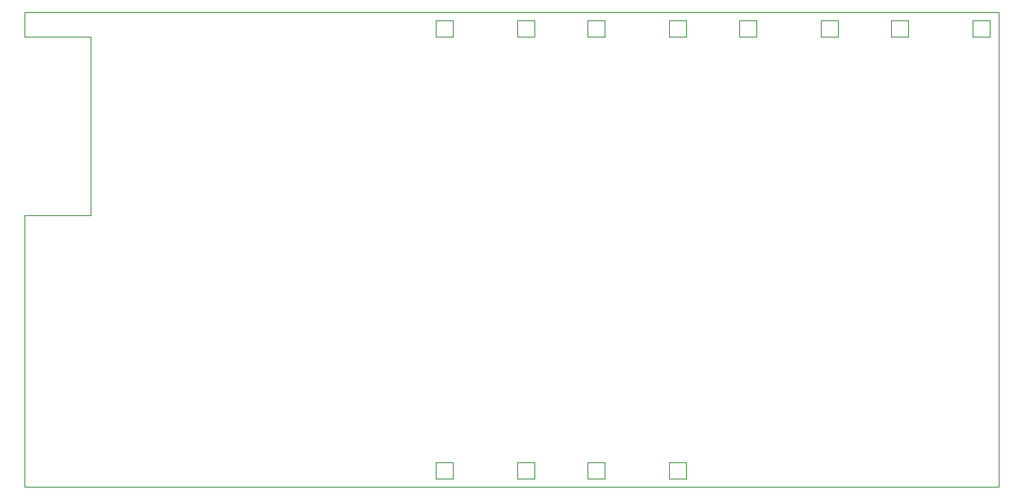
<source format=gm1>
G04 #@! TF.GenerationSoftware,KiCad,Pcbnew,7.0.2*
G04 #@! TF.CreationDate,2023-07-04T15:02:42+02:00*
G04 #@! TF.ProjectId,espboard,65737062-6f61-4726-942e-6b696361645f,rev?*
G04 #@! TF.SameCoordinates,Original*
G04 #@! TF.FileFunction,Profile,NP*
%FSLAX46Y46*%
G04 Gerber Fmt 4.6, Leading zero omitted, Abs format (unit mm)*
G04 Created by KiCad (PCBNEW 7.0.2) date 2023-07-04 15:02:42*
%MOMM*%
%LPD*%
G01*
G04 APERTURE LIST*
G04 #@! TA.AperFunction,Profile*
%ADD10C,0.100000*%
G04 #@! TD*
G04 #@! TA.AperFunction,Profile*
%ADD11C,0.010000*%
G04 #@! TD*
G04 APERTURE END LIST*
D10*
X77724000Y-80518000D02*
X77724000Y-61976000D01*
X70866000Y-80518000D02*
X70866000Y-108712000D01*
X70866000Y-108712000D02*
X171958000Y-108712000D01*
X70866000Y-61976000D02*
X70866000Y-59436000D01*
X77724000Y-61976000D02*
X71120000Y-61976000D01*
X71120000Y-61976000D02*
X70866000Y-61976000D01*
X171958000Y-59436000D02*
X171958000Y-108712000D01*
X71120000Y-80518000D02*
X77724000Y-80518000D01*
X70866000Y-59436000D02*
X171958000Y-59436000D01*
X71120000Y-80518000D02*
X70866000Y-80518000D01*
D11*
G04 #@! TO.C,J3*
X139516000Y-106186000D02*
X137716000Y-106186000D01*
X137716000Y-106186000D02*
X137716000Y-107886000D01*
X131016000Y-106186000D02*
X129216000Y-106186000D01*
X129216000Y-106186000D02*
X129216000Y-107886000D01*
X139516000Y-107886000D02*
X139516000Y-106186000D01*
X137716000Y-107886000D02*
X139516000Y-107886000D01*
X131016000Y-107886000D02*
X131016000Y-106186000D01*
X129216000Y-107886000D02*
X131016000Y-107886000D01*
G04 #@! TO.C,J2*
X123768000Y-106186000D02*
X121968000Y-106186000D01*
X121968000Y-106186000D02*
X121968000Y-107886000D01*
X115268000Y-106186000D02*
X113468000Y-106186000D01*
X113468000Y-106186000D02*
X113468000Y-107886000D01*
X123768000Y-107886000D02*
X123768000Y-106186000D01*
X121968000Y-107886000D02*
X123768000Y-107886000D01*
X115268000Y-107886000D02*
X115268000Y-106186000D01*
X113468000Y-107886000D02*
X115268000Y-107886000D01*
G04 #@! TO.C,J7*
X160712000Y-61962000D02*
X162512000Y-61962000D01*
X162512000Y-61962000D02*
X162512000Y-60262000D01*
X169212000Y-61962000D02*
X171012000Y-61962000D01*
X171012000Y-61962000D02*
X171012000Y-60262000D01*
X160712000Y-60262000D02*
X160712000Y-61962000D01*
X162512000Y-60262000D02*
X160712000Y-60262000D01*
X169212000Y-60262000D02*
X169212000Y-61962000D01*
X171012000Y-60262000D02*
X169212000Y-60262000D01*
G04 #@! TO.C,J6*
X144964000Y-61962000D02*
X146764000Y-61962000D01*
X146764000Y-61962000D02*
X146764000Y-60262000D01*
X153464000Y-61962000D02*
X155264000Y-61962000D01*
X155264000Y-61962000D02*
X155264000Y-60262000D01*
X144964000Y-60262000D02*
X144964000Y-61962000D01*
X146764000Y-60262000D02*
X144964000Y-60262000D01*
X153464000Y-60262000D02*
X153464000Y-61962000D01*
X155264000Y-60262000D02*
X153464000Y-60262000D01*
G04 #@! TO.C,J4*
X113468000Y-61962000D02*
X115268000Y-61962000D01*
X115268000Y-61962000D02*
X115268000Y-60262000D01*
X121968000Y-61962000D02*
X123768000Y-61962000D01*
X123768000Y-61962000D02*
X123768000Y-60262000D01*
X113468000Y-60262000D02*
X113468000Y-61962000D01*
X115268000Y-60262000D02*
X113468000Y-60262000D01*
X121968000Y-60262000D02*
X121968000Y-61962000D01*
X123768000Y-60262000D02*
X121968000Y-60262000D01*
G04 #@! TO.C,J5*
X129216000Y-61962000D02*
X131016000Y-61962000D01*
X131016000Y-61962000D02*
X131016000Y-60262000D01*
X137716000Y-61962000D02*
X139516000Y-61962000D01*
X139516000Y-61962000D02*
X139516000Y-60262000D01*
X129216000Y-60262000D02*
X129216000Y-61962000D01*
X131016000Y-60262000D02*
X129216000Y-60262000D01*
X137716000Y-60262000D02*
X137716000Y-61962000D01*
X139516000Y-60262000D02*
X137716000Y-60262000D01*
G04 #@! TD*
M02*

</source>
